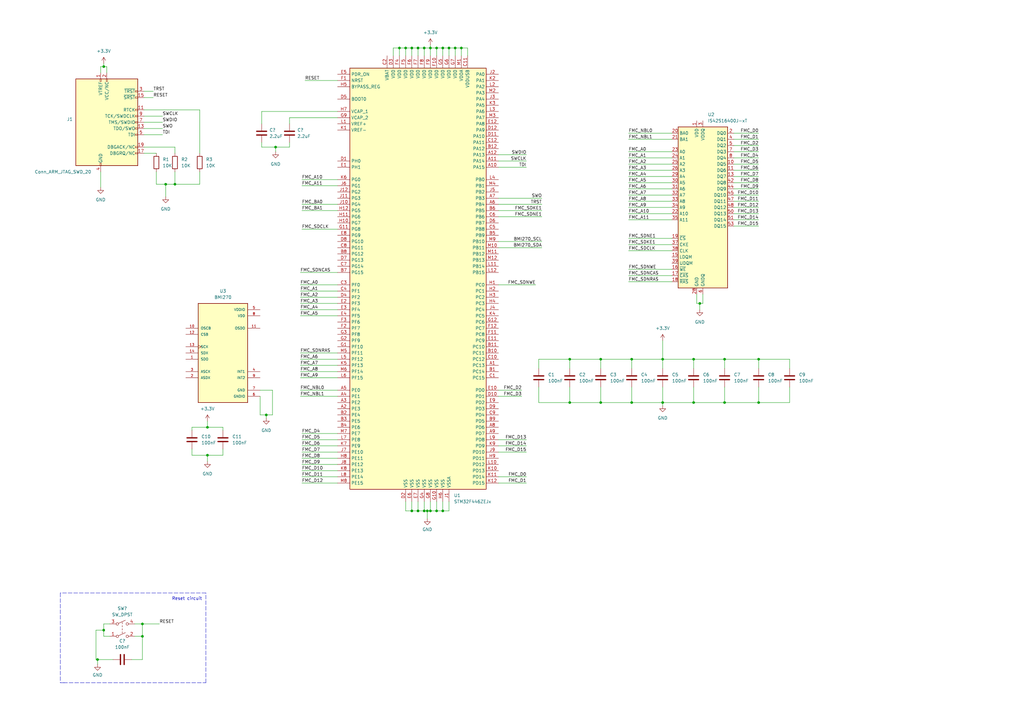
<source format=kicad_sch>
(kicad_sch (version 20211123) (generator eeschema)
  (paper "A3")
  (lib_symbols
    (symbol "BMI270:BMI270" (pin_names (offset 1.016))
      (property "Reference" "U" (at -10.16 21.082 0))
      (property "Value" "BMI270" (at -10.16 -22.86 0))
      (symbol "BMI270_0_0"
        (rectangle (start -10.16 -20.32) (end 10.16 20.32) (stroke (width 0.254)) (fill (type background)))
        (pin bidirectional line (at -15.24 -2.54 0) (length 5.08) (name "SDO") (number "1"))
        (pin input line (at -15.24 10.16 0) (length 5.08) (name "OSCB") (number "10"))
        (pin output line (at 15.24 10.16 180) (length 5.08) (name "OSDO") (number "11"))
        (pin input line (at -15.24 7.62 0) (length 5.08) (name "CSB") (number "12"))
        (pin input clock (at -15.24 2.54 0) (length 5.08) (name "SCX") (number "13"))
        (pin bidirectional line (at -15.24 0 0) (length 5.08) (name "SDX") (number "14"))
        (pin bidirectional line (at -15.24 -10.16 0) (length 5.08) (name "ASDX") (number "2"))
        (pin bidirectional line (at -15.24 -7.62 0) (length 5.08) (name "ASCX") (number "3"))
        (pin bidirectional line (at 15.24 -7.62 180) (length 5.08) (name "INT1") (number "4"))
        (pin power_in line (at 15.24 17.78 180) (length 5.08) (name "VDDIO") (number "5"))
        (pin power_in line (at 15.24 -17.78 180) (length 5.08) (name "GNDIO") (number "6"))
        (pin power_in line (at 15.24 -15.24 180) (length 5.08) (name "GND") (number "7"))
        (pin power_in line (at 15.24 15.24 180) (length 5.08) (name "VDD") (number "8"))
        (pin bidirectional line (at 15.24 -10.16 180) (length 5.08) (name "INT2") (number "9"))
      )
    )
    (symbol "Connector:Conn_ARM_JTAG_SWD_20" (pin_names (offset 1.016))
      (property "Reference" "J" (at -5.08 21.59 0))
      (property "Value" "Conn_ARM_JTAG_SWD_20" (at -5.08 19.05 0))
      (symbol "Conn_ARM_JTAG_SWD_20_0_1"
        (rectangle (start -12.7 17.78) (end 12.7 -17.78) (stroke (width 0.254)) (fill (type background)))
        (rectangle (start -2.794 -17.78) (end -2.286 -16.764))
        (rectangle (start -2.794 17.78) (end -2.286 16.764))
        (rectangle (start -0.254 17.78) (end 0.254 16.764))
        (rectangle (start 11.684 2.286) (end 12.7 2.794))
        (rectangle (start 12.7 -12.446) (end 11.684 -12.954))
        (rectangle (start 12.7 -9.906) (end 11.684 -10.414))
        (rectangle (start 12.7 -2.794) (end 11.684 -2.286))
        (rectangle (start 12.7 -0.254) (end 11.684 0.254))
        (rectangle (start 12.7 4.826) (end 11.684 5.334))
        (rectangle (start 12.7 10.414) (end 11.684 9.906))
        (rectangle (start 12.7 12.954) (end 11.684 12.446))
      )
      (symbol "Conn_ARM_JTAG_SWD_20_1_1"
        (rectangle (start 11.684 -5.334) (end 12.7 -4.826))
        (pin power_in line (at -2.54 20.32 270) (length 2.54) (name "VTREF") (number "1"))
        (pin passive line (at -2.54 -20.32 90) (length 2.54) hide (name "GND") (number "10"))
        (pin input line (at 15.24 5.08 180) (length 2.54) (name "RTCK") (number "11"))
        (pin passive line (at -2.54 -20.32 90) (length 2.54) hide (name "GND") (number "12"))
        (pin input line (at 15.24 -2.54 180) (length 2.54) (name "TDO/SWO") (number "13"))
        (pin passive line (at -2.54 -20.32 90) (length 2.54) hide (name "GND") (number "14"))
        (pin bidirectional line (at 15.24 10.16 180) (length 2.54) (name "~{SRST}") (number "15"))
        (pin passive line (at -2.54 -20.32 90) (length 2.54) hide (name "GND") (number "16"))
        (pin output line (at 15.24 -12.7 180) (length 2.54) (name "DBGRQ/NC") (number "17"))
        (pin passive line (at -2.54 -20.32 90) (length 2.54) hide (name "GND") (number "18"))
        (pin input line (at 15.24 -10.16 180) (length 2.54) (name "DBGACK/NC") (number "19"))
        (pin power_in line (at 0 20.32 270) (length 2.54) (name "VCC/NC") (number "2"))
        (pin passive line (at -2.54 -20.32 90) (length 2.54) hide (name "GND") (number "20"))
        (pin output line (at 15.24 12.7 180) (length 2.54) (name "~{TRST}") (number "3"))
        (pin power_in line (at -2.54 -20.32 90) (length 2.54) (name "GND") (number "4"))
        (pin output line (at 15.24 -5.08 180) (length 2.54) (name "TDI") (number "5"))
        (pin passive line (at -2.54 -20.32 90) (length 2.54) hide (name "GND") (number "6"))
        (pin output line (at 15.24 0 180) (length 2.54) (name "TMS/SWDIO") (number "7"))
        (pin passive line (at -2.54 -20.32 90) (length 2.54) hide (name "GND") (number "8"))
        (pin output line (at 15.24 2.54 180) (length 2.54) (name "TCK/SWDCLK") (number "9"))
      )
    )
    (symbol "Device:C" (pin_numbers hide) (pin_names (offset 0.254))
      (property "Reference" "C" (at 0.635 2.54 0))
      (property "Value" "C" (at 0.635 -2.54 0))
      (symbol "C_0_1"
        (polyline (pts (xy -2.032 -0.762) (xy 2.032 -0.762)) (stroke (width 0.508)))
        (polyline (pts (xy -2.032 0.762) (xy 2.032 0.762)) (stroke (width 0.508)))
      )
      (symbol "C_1_1"
        (pin passive line (at 0 3.81 270) (length 2.794) (name "~") (number "1"))
        (pin passive line (at 0 -3.81 90) (length 2.794) (name "~") (number "2"))
      )
    )
    (symbol "Device:R" (pin_numbers hide) (pin_names (offset 0))
      (property "Reference" "R" (at 2.032 0 90))
      (property "Value" "R" (at 0 0 90))
      (symbol "R_0_1"
        (rectangle (start -1.016 -2.54) (end 1.016 2.54) (stroke (width 0.254)))
      )
      (symbol "R_1_1"
        (pin passive line (at 0 3.81 270) (length 1.27) (name "~") (number "1"))
        (pin passive line (at 0 -3.81 90) (length 1.27) (name "~") (number "2"))
      )
    )
    (symbol "MCU_ST_STM32F4:STM32F446ZEJx"
      (property "Reference" "U" (at -27.94 87.63 0))
      (property "Value" "STM32F446ZEJx" (at 22.86 87.63 0))
      (symbol "STM32F446ZEJx_0_1"
        (rectangle (start -27.94 -86.36) (end 27.94 86.36) (stroke (width 0.254)) (fill (type background)))
      )
      (symbol "STM32F446ZEJx_1_1"
        (pin bidirectional line (at 33.02 -35.56 180) (length 5.08) (name "PC13") (number "A1"))
        (pin bidirectional line (at 33.02 45.72 180) (length 5.08) (name "PA15") (number "A10"))
        (pin bidirectional line (at 33.02 48.26 180) (length 5.08) (name "PA14") (number "A11"))
        (pin bidirectional line (at 33.02 50.8 180) (length 5.08) (name "PA13") (number "A12"))
        (pin bidirectional line (at -33.02 -53.34 0) (length 5.08) (name "PE3") (number "A2"))
        (pin bidirectional line (at -33.02 -50.8 0) (length 5.08) (name "PE2") (number "A3"))
        (pin bidirectional line (at -33.02 -48.26 0) (length 5.08) (name "PE1") (number "A4"))
        (pin bidirectional line (at -33.02 -45.72 0) (length 5.08) (name "PE0") (number "A5"))
        (pin bidirectional line (at 33.02 30.48 180) (length 5.08) (name "PB4") (number "A6"))
        (pin bidirectional line (at 33.02 33.02 180) (length 5.08) (name "PB3") (number "A7"))
        (pin bidirectional line (at 33.02 -60.96 180) (length 5.08) (name "PD6") (number "A8"))
        (pin bidirectional line (at 33.02 -63.5 180) (length 5.08) (name "PD7") (number "A9"))
        (pin bidirectional line (at 33.02 -38.1 180) (length 5.08) (name "PC14") (number "B1"))
        (pin bidirectional line (at 33.02 -30.48 180) (length 5.08) (name "PC11") (number "B10"))
        (pin bidirectional line (at 33.02 -27.94 180) (length 5.08) (name "PC10") (number "B11"))
        (pin bidirectional line (at 33.02 53.34 180) (length 5.08) (name "PA12") (number "B12"))
        (pin bidirectional line (at -33.02 -55.88 0) (length 5.08) (name "PE4") (number "B2"))
        (pin bidirectional line (at -33.02 -58.42 0) (length 5.08) (name "PE5") (number "B3"))
        (pin bidirectional line (at -33.02 -60.96 0) (length 5.08) (name "PE6") (number "B4"))
        (pin bidirectional line (at 33.02 17.78 180) (length 5.08) (name "PB9") (number "B5"))
        (pin bidirectional line (at 33.02 27.94 180) (length 5.08) (name "PB5") (number "B6"))
        (pin bidirectional line (at -33.02 2.54 0) (length 5.08) (name "PG15") (number "B7"))
        (pin bidirectional line (at -33.02 10.16 0) (length 5.08) (name "PG12") (number "B8"))
        (pin bidirectional line (at 33.02 -58.42 180) (length 5.08) (name "PD5") (number "B9"))
        (pin bidirectional line (at 33.02 -40.64 180) (length 5.08) (name "PC15") (number "C1"))
        (pin bidirectional line (at 33.02 -33.02 180) (length 5.08) (name "PC12") (number "C10"))
        (pin power_in line (at 20.32 91.44 270) (length 5.08) (name "VDDUSB") (number "C11"))
        (pin bidirectional line (at 33.02 55.88 180) (length 5.08) (name "PA11") (number "C12"))
        (pin power_in line (at -12.7 91.44 270) (length 5.08) (name "VBAT") (number "C2"))
        (pin bidirectional line (at -33.02 -2.54 0) (length 5.08) (name "PF0") (number "C3"))
        (pin bidirectional line (at -33.02 -5.08 0) (length 5.08) (name "PF1") (number "C4"))
        (pin bidirectional line (at 33.02 20.32 180) (length 5.08) (name "PB8") (number "C5"))
        (pin bidirectional line (at 33.02 25.4 180) (length 5.08) (name "PB6") (number "C6"))
        (pin bidirectional line (at -33.02 5.08 0) (length 5.08) (name "PG14") (number "C7"))
        (pin bidirectional line (at -33.02 12.7 0) (length 5.08) (name "PG11") (number "C8"))
        (pin bidirectional line (at 33.02 -55.88 180) (length 5.08) (name "PD4") (number "C9"))
        (pin input line (at -33.02 48.26 0) (length 5.08) (name "PH0") (number "D1"))
        (pin bidirectional line (at 33.02 -48.26 180) (length 5.08) (name "PD1") (number "D10"))
        (pin bidirectional line (at 33.02 58.42 180) (length 5.08) (name "PA10") (number "D11"))
        (pin bidirectional line (at 33.02 60.96 180) (length 5.08) (name "PA9") (number "D12"))
        (pin power_in line (at -5.08 -91.44 90) (length 5.08) (name "VSS") (number "D2"))
        (pin power_in line (at -10.16 91.44 270) (length 5.08) (name "VDD") (number "D3"))
        (pin bidirectional line (at -33.02 -7.62 0) (length 5.08) (name "PF2") (number "D4"))
        (pin input line (at -33.02 73.66 0) (length 5.08) (name "BOOT0") (number "D5"))
        (pin bidirectional line (at 33.02 22.86 180) (length 5.08) (name "PB7") (number "D6"))
        (pin bidirectional line (at -33.02 7.62 0) (length 5.08) (name "PG13") (number "D7"))
        (pin bidirectional line (at -33.02 15.24 0) (length 5.08) (name "PG10") (number "D8"))
        (pin bidirectional line (at 33.02 -53.34 180) (length 5.08) (name "PD3") (number "D9"))
        (pin input line (at -33.02 45.72 0) (length 5.08) (name "PH1") (number "E1"))
        (pin bidirectional line (at 33.02 -45.72 180) (length 5.08) (name "PD0") (number "E10"))
        (pin bidirectional line (at 33.02 -25.4 180) (length 5.08) (name "PC9") (number "E11"))
        (pin bidirectional line (at 33.02 63.5 180) (length 5.08) (name "PA8") (number "E12"))
        (pin bidirectional line (at -33.02 -10.16 0) (length 5.08) (name "PF3") (number "E2"))
        (pin bidirectional line (at -33.02 -12.7 0) (length 5.08) (name "PF4") (number "E3"))
        (pin bidirectional line (at -33.02 -15.24 0) (length 5.08) (name "PF5") (number "E4"))
        (pin input line (at -33.02 83.82 0) (length 5.08) (name "PDR_ON") (number "E5"))
        (pin power_in line (at -2.54 -91.44 90) (length 5.08) (name "VSS") (number "E6"))
        (pin power_in line (at 0 -91.44 90) (length 5.08) (name "VSS") (number "E7"))
        (pin bidirectional line (at -33.02 17.78 0) (length 5.08) (name "PG9") (number "E8"))
        (pin bidirectional line (at 33.02 -50.8 180) (length 5.08) (name "PD2") (number "E9"))
        (pin input line (at -33.02 81.28 0) (length 5.08) (name "NRST") (number "F1"))
        (pin power_in line (at 7.62 91.44 270) (length 5.08) (name "VDD") (number "F10"))
        (pin bidirectional line (at 33.02 -22.86 180) (length 5.08) (name "PC8") (number "F11"))
        (pin bidirectional line (at 33.02 -20.32 180) (length 5.08) (name "PC7") (number "F12"))
        (pin bidirectional line (at -33.02 -20.32 0) (length 5.08) (name "PF7") (number "F2"))
        (pin bidirectional line (at -33.02 -17.78 0) (length 5.08) (name "PF6") (number "F3"))
        (pin power_in line (at -7.62 91.44 270) (length 5.08) (name "VDD") (number "F4"))
        (pin power_in line (at -5.08 91.44 270) (length 5.08) (name "VDD") (number "F5"))
        (pin power_in line (at -2.54 91.44 270) (length 5.08) (name "VDD") (number "F6"))
        (pin power_in line (at 0 91.44 270) (length 5.08) (name "VDD") (number "F7"))
        (pin power_in line (at 2.54 91.44 270) (length 5.08) (name "VDD") (number "F8"))
        (pin power_in line (at 5.08 91.44 270) (length 5.08) (name "VDD") (number "F9"))
        (pin bidirectional line (at -33.02 -27.94 0) (length 5.08) (name "PF10") (number "G1"))
        (pin power_in line (at 7.62 -91.44 90) (length 5.08) (name "VSS") (number "G10"))
        (pin bidirectional line (at -33.02 20.32 0) (length 5.08) (name "PG8") (number "G11"))
        (pin bidirectional line (at 33.02 -17.78 180) (length 5.08) (name "PC6") (number "G12"))
        (pin bidirectional line (at -33.02 -25.4 0) (length 5.08) (name "PF9") (number "G2"))
        (pin bidirectional line (at -33.02 -22.86 0) (length 5.08) (name "PF8") (number "G3"))
        (pin power_in line (at 2.54 -91.44 90) (length 5.08) (name "VSS") (number "G4"))
        (pin power_in line (at 10.16 91.44 270) (length 5.08) (name "VDD") (number "G5"))
        (pin power_in line (at 12.7 91.44 270) (length 5.08) (name "VDD") (number "G6"))
        (pin power_in line (at 15.24 91.44 270) (length 5.08) (name "VDD") (number "G7"))
        (pin power_in line (at 5.08 -91.44 90) (length 5.08) (name "VSS") (number "G8"))
        (pin power_in line (at -33.02 66.04 0) (length 5.08) (name "VCAP_2") (number "G9"))
        (pin bidirectional line (at 33.02 -2.54 180) (length 5.08) (name "PC0") (number "H1"))
        (pin bidirectional line (at -33.02 22.86 0) (length 5.08) (name "PG7") (number "H10"))
        (pin bidirectional line (at -33.02 25.4 0) (length 5.08) (name "PG6") (number "H11"))
        (pin bidirectional line (at -33.02 27.94 0) (length 5.08) (name "PG5") (number "H12"))
        (pin bidirectional line (at 33.02 -5.08 180) (length 5.08) (name "PC1") (number "H2"))
        (pin bidirectional line (at 33.02 -7.62 180) (length 5.08) (name "PC2") (number "H3"))
        (pin bidirectional line (at 33.02 -10.16 180) (length 5.08) (name "PC3") (number "H4"))
        (pin input line (at -33.02 78.74 0) (length 5.08) (name "BYPASS_REG") (number "H5"))
        (pin power_in line (at 10.16 -91.44 90) (length 5.08) (name "VSS") (number "H6"))
        (pin power_in line (at -33.02 68.58 0) (length 5.08) (name "VCAP_1") (number "H7"))
        (pin bidirectional line (at -33.02 -73.66 0) (length 5.08) (name "PE11") (number "H8"))
        (pin bidirectional line (at 33.02 -73.66 180) (length 5.08) (name "PD11") (number "H9"))
        (pin power_in line (at 12.7 -91.44 90) (length 5.08) (name "VSSA") (number "J1"))
        (pin bidirectional line (at -33.02 30.48 0) (length 5.08) (name "PG4") (number "J10"))
        (pin bidirectional line (at -33.02 33.02 0) (length 5.08) (name "PG3") (number "J11"))
        (pin bidirectional line (at -33.02 35.56 0) (length 5.08) (name "PG2") (number "J12"))
        (pin bidirectional line (at 33.02 83.82 180) (length 5.08) (name "PA0") (number "J2"))
        (pin bidirectional line (at 33.02 73.66 180) (length 5.08) (name "PA4") (number "J3"))
        (pin bidirectional line (at 33.02 -12.7 180) (length 5.08) (name "PC4") (number "J4"))
        (pin bidirectional line (at 33.02 35.56 180) (length 5.08) (name "PB2") (number "J5"))
        (pin bidirectional line (at -33.02 38.1 0) (length 5.08) (name "PG1") (number "J6"))
        (pin bidirectional line (at -33.02 -71.12 0) (length 5.08) (name "PE10") (number "J7"))
        (pin bidirectional line (at -33.02 -76.2 0) (length 5.08) (name "PE12") (number "J8"))
        (pin bidirectional line (at 33.02 -71.12 180) (length 5.08) (name "PD10") (number "J9"))
        (pin power_in line (at -33.02 60.96 0) (length 5.08) (name "VREF-") (number "K1"))
        (pin bidirectional line (at 33.02 -78.74 180) (length 5.08) (name "PD13") (number "K10"))
        (pin bidirectional line (at 33.02 -81.28 180) (length 5.08) (name "PD14") (number "K11"))
        (pin bidirectional line (at 33.02 -83.82 180) (length 5.08) (name "PD15") (number "K12"))
        (pin bidirectional line (at 33.02 81.28 180) (length 5.08) (name "PA1") (number "K2"))
        (pin bidirectional line (at 33.02 71.12 180) (length 5.08) (name "PA5") (number "K3"))
        (pin bidirectional line (at 33.02 -15.24 180) (length 5.08) (name "PC5") (number "K4"))
        (pin bidirectional line (at -33.02 -35.56 0) (length 5.08) (name "PF13") (number "K5"))
        (pin bidirectional line (at -33.02 40.64 0) (length 5.08) (name "PG0") (number "K6"))
        (pin bidirectional line (at -33.02 -68.58 0) (length 5.08) (name "PE9") (number "K7"))
        (pin bidirectional line (at -33.02 -78.74 0) (length 5.08) (name "PE13") (number "K8"))
        (pin bidirectional line (at 33.02 -68.58 180) (length 5.08) (name "PD9") (number "K9"))
        (pin power_in line (at -33.02 63.5 0) (length 5.08) (name "VREF+") (number "L1"))
        (pin bidirectional line (at 33.02 -76.2 180) (length 5.08) (name "PD12") (number "L10"))
        (pin bidirectional line (at 33.02 5.08 180) (length 5.08) (name "PB14") (number "L11"))
        (pin bidirectional line (at 33.02 2.54 180) (length 5.08) (name "PB15") (number "L12"))
        (pin bidirectional line (at 33.02 78.74 180) (length 5.08) (name "PA2") (number "L2"))
        (pin bidirectional line (at 33.02 68.58 180) (length 5.08) (name "PA6") (number "L3"))
        (pin bidirectional line (at 33.02 40.64 180) (length 5.08) (name "PB0") (number "L4"))
        (pin bidirectional line (at -33.02 -33.02 0) (length 5.08) (name "PF12") (number "L5"))
        (pin bidirectional line (at -33.02 -40.64 0) (length 5.08) (name "PF15") (number "L6"))
        (pin bidirectional line (at -33.02 -66.04 0) (length 5.08) (name "PE8") (number "L7"))
        (pin bidirectional line (at -33.02 -81.28 0) (length 5.08) (name "PE14") (number "L8"))
        (pin bidirectional line (at 33.02 -66.04 180) (length 5.08) (name "PD8") (number "L9"))
        (pin power_in line (at 17.78 91.44 270) (length 5.08) (name "VDDA") (number "M1"))
        (pin bidirectional line (at 33.02 12.7 180) (length 5.08) (name "PB11") (number "M10"))
        (pin bidirectional line (at 33.02 10.16 180) (length 5.08) (name "PB12") (number "M11"))
        (pin bidirectional line (at 33.02 7.62 180) (length 5.08) (name "PB13") (number "M12"))
        (pin bidirectional line (at 33.02 76.2 180) (length 5.08) (name "PA3") (number "M2"))
        (pin bidirectional line (at 33.02 66.04 180) (length 5.08) (name "PA7") (number "M3"))
        (pin bidirectional line (at 33.02 38.1 180) (length 5.08) (name "PB1") (number "M4"))
        (pin bidirectional line (at -33.02 -30.48 0) (length 5.08) (name "PF11") (number "M5"))
        (pin bidirectional line (at -33.02 -38.1 0) (length 5.08) (name "PF14") (number "M6"))
        (pin bidirectional line (at -33.02 -63.5 0) (length 5.08) (name "PE7") (number "M7"))
        (pin bidirectional line (at -33.02 -83.82 0) (length 5.08) (name "PE15") (number "M8"))
        (pin bidirectional line (at 33.02 15.24 180) (length 5.08) (name "PB10") (number "M9"))
      )
    )
    (symbol "Memory_RAM:IS42S16400J-xT"
      (property "Reference" "U" (at -8.89 34.29 0))
      (property "Value" "IS42S16400J-xT" (at 8.89 34.29 0))
      (symbol "IS42S16400J-xT_1_1"
        (rectangle (start -10.16 33.02) (end 10.16 -33.02) (stroke (width 0.254)) (fill (type background)))
        (pin power_in line (at -2.54 35.56 270) (length 2.54) (name "VDD") (number "1"))
        (pin bidirectional line (at 12.7 17.78 180) (length 2.54) (name "DQ5") (number "10"))
        (pin bidirectional line (at 12.7 15.24 180) (length 2.54) (name "DQ6") (number "11"))
        (pin passive line (at 0 -35.56 90) (length 2.54) hide (name "GNDQ") (number "12"))
        (pin bidirectional line (at 12.7 12.7 180) (length 2.54) (name "DQ7") (number "13"))
        (pin passive line (at -2.54 35.56 270) (length 2.54) hide (name "VDD") (number "14"))
        (pin input line (at -12.7 -20.32 0) (length 2.54) (name "LDQM") (number "15"))
        (pin input line (at -12.7 -25.4 0) (length 2.54) (name "~{WE}") (number "16"))
        (pin input line (at -12.7 -27.94 0) (length 2.54) (name "~{CAS}") (number "17"))
        (pin input line (at -12.7 -30.48 0) (length 2.54) (name "~{RAS}") (number "18"))
        (pin input line (at -12.7 -12.7 0) (length 2.54) (name "~{CS}") (number "19"))
        (pin bidirectional line (at 12.7 30.48 180) (length 2.54) (name "DQ0") (number "2"))
        (pin input line (at -12.7 30.48 0) (length 2.54) (name "BA0") (number "20"))
        (pin input line (at -12.7 27.94 0) (length 2.54) (name "BA1") (number "21"))
        (pin input line (at -12.7 -2.54 0) (length 2.54) (name "A10") (number "22"))
        (pin input line (at -12.7 22.86 0) (length 2.54) (name "A0") (number "23"))
        (pin input line (at -12.7 20.32 0) (length 2.54) (name "A1") (number "24"))
        (pin input line (at -12.7 17.78 0) (length 2.54) (name "A2") (number "25"))
        (pin input line (at -12.7 15.24 0) (length 2.54) (name "A3") (number "26"))
        (pin passive line (at -2.54 35.56 270) (length 2.54) hide (name "VDD") (number "27"))
        (pin power_in line (at -2.54 -35.56 90) (length 2.54) (name "GND") (number "28"))
        (pin input line (at -12.7 12.7 0) (length 2.54) (name "A4") (number "29"))
        (pin power_in line (at 0 35.56 270) (length 2.54) (name "VDDQ") (number "3"))
        (pin input line (at -12.7 10.16 0) (length 2.54) (name "A5") (number "30"))
        (pin input line (at -12.7 7.62 0) (length 2.54) (name "A6") (number "31"))
        (pin input line (at -12.7 5.08 0) (length 2.54) (name "A7") (number "32"))
        (pin input line (at -12.7 2.54 0) (length 2.54) (name "A8") (number "33"))
        (pin input line (at -12.7 0 0) (length 2.54) (name "A9") (number "34"))
        (pin input line (at -12.7 -5.08 0) (length 2.54) (name "A11") (number "35"))
        (pin no_connect line (at 10.16 -17.78 180) (length 2.54) hide (name "NC") (number "36"))
        (pin input line (at -12.7 -15.24 0) (length 2.54) (name "CKE") (number "37"))
        (pin input line (at -12.7 -17.78 0) (length 2.54) (name "CLK") (number "38"))
        (pin input line (at -12.7 -22.86 0) (length 2.54) (name "UDQM") (number "39"))
        (pin bidirectional line (at 12.7 27.94 180) (length 2.54) (name "DQ1") (number "4"))
        (pin no_connect line (at 10.16 -20.32 180) (length 2.54) hide (name "NC") (number "40"))
        (pin passive line (at -2.54 -35.56 90) (length 2.54) hide (name "GND") (number "41"))
        (pin bidirectional line (at 12.7 10.16 180) (length 2.54) (name "DQ8") (number "42"))
        (pin passive line (at 0 35.56 270) (length 2.54) hide (name "VDDQ") (number "43"))
        (pin bidirectional line (at 12.7 7.62 180) (length 2.54) (name "DQ9") (number "44"))
        (pin bidirectional line (at 12.7 5.08 180) (length 2.54) (name "DQ10") (number "45"))
        (pin passive line (at 0 -35.56 90) (length 2.54) hide (name "GNDQ") (number "46"))
        (pin bidirectional line (at 12.7 2.54 180) (length 2.54) (name "DQ11") (number "47"))
        (pin bidirectional line (at 12.7 0 180) (length 2.54) (name "DQ12") (number "48"))
        (pin passive line (at 0 35.56 270) (length 2.54) hide (name "VDDQ") (number "49"))
        (pin bidirectional line (at 12.7 25.4 180) (length 2.54) (name "DQ2") (number "5"))
        (pin bidirectional line (at 12.7 -2.54 180) (length 2.54) (name "DQ13") (number "50"))
        (pin bidirectional line (at 12.7 -5.08 180) (length 2.54) (name "DQ14") (number "51"))
        (pin passive line (at 0 -35.56 90) (length 2.54) hide (name "GNDQ") (number "52"))
        (pin bidirectional line (at 12.7 -7.62 180) (length 2.54) (name "DQ15") (number "53"))
        (pin passive line (at -2.54 -35.56 90) (length 2.54) hide (name "GND") (number "54"))
        (pin power_in line (at 0 -35.56 90) (length 2.54) (name "GNDQ") (number "6"))
        (pin bidirectional line (at 12.7 22.86 180) (length 2.54) (name "DQ3") (number "7"))
        (pin bidirectional line (at 12.7 20.32 180) (length 2.54) (name "DQ4") (number "8"))
        (pin passive line (at 0 35.56 270) (length 2.54) hide (name "VDDQ") (number "9"))
      )
    )
    (symbol "Switch:SW_DPST" (pin_names (offset 0) hide)
      (property "Reference" "SW" (at 0 5.08 0))
      (property "Value" "SW_DPST" (at 0 -5.08 0))
      (symbol "SW_DPST_0_0"
        (circle (center -2.032 -2.54) (radius 0.508))
        (circle (center -2.032 2.54) (radius 0.508))
        (polyline (pts (xy -1.524 -2.286) (xy 1.27 -1.016)))
        (polyline (pts (xy -1.524 2.794) (xy 1.27 4.064)))
        (polyline (pts (xy 0 -1.27) (xy 0 -0.635)))
        (polyline (pts (xy 0 0) (xy 0 0.635)))
        (polyline (pts (xy 0 1.27) (xy 0 1.905)))
        (polyline (pts (xy 0 2.54) (xy 0 3.175)))
        (circle (center 2.032 -2.54) (radius 0.508))
        (circle (center 2.032 2.54) (radius 0.508))
      )
      (symbol "SW_DPST_1_1"
        (pin passive line (at -5.08 -2.54 0) (length 2.54) (name "1") (number "1"))
        (pin passive line (at 5.08 -2.54 180) (length 2.54) (name "2") (number "2"))
        (pin passive line (at -5.08 2.54 0) (length 2.54) (name "3") (number "3"))
        (pin passive line (at 5.08 2.54 180) (length 2.54) (name "4") (number "4"))
      )
    )
    (symbol "power:+3.3V" (power) (pin_names (offset 0))
      (property "Value" "+3.3V" (at 0 3.556 0))
      (symbol "+3.3V_0_1"
        (polyline (pts (xy -0.762 1.27) (xy 0 2.54)))
        (polyline (pts (xy 0 0) (xy 0 2.54)))
        (polyline (pts (xy 0 2.54) (xy 0.762 1.27)))
      )
      (symbol "+3.3V_1_1"
        (pin power_in line (at 0 0 90) (length 0) hide (name "+3.3V") (number "1"))
      )
    )
    (symbol "power:GND" (power) (pin_names (offset 0))
      (property "Value" "GND" (at 0 -3.81 0))
      (symbol "GND_0_1"
        (polyline (pts (xy 0 0) (xy 0 -1.27) (xy 1.27 -1.27) (xy 0 -2.54) (xy -1.27 -1.27) (xy 0 -1.27)))
      )
      (symbol "GND_1_1"
        (pin power_in line (at 0 0 270) (length 0) hide (name "GND") (number "1"))
      )
    )
  )
  (junction (at 109.22 170.18))
  (junction (at 259.08 147.32))
  (junction (at 58.42 260.985))
  (junction (at 271.78 165.1))
  (junction (at 67.945 75.565))
  (junction (at 233.68 147.32))
  (junction (at 166.37 19.685))
  (junction (at 184.15 19.685))
  (junction (at 173.99 209.55))
  (junction (at 113.03 60.325))
  (junction (at 179.07 19.685))
  (junction (at 271.78 147.32))
  (junction (at 186.69 19.685))
  (junction (at 181.61 19.685))
  (junction (at 181.61 209.55))
  (junction (at 189.23 19.685))
  (junction (at 233.68 165.1))
  (junction (at 40.005 270.51))
  (junction (at 246.38 165.1))
  (junction (at 297.18 147.32))
  (junction (at 259.08 165.1))
  (junction (at 311.15 165.1))
  (junction (at 297.18 165.1))
  (junction (at 42.545 258.445))
  (junction (at 171.45 209.55))
  (junction (at 168.91 209.55))
  (junction (at 168.91 19.685))
  (junction (at 284.48 147.32))
  (junction (at 173.99 19.685))
  (junction (at 163.83 19.685))
  (junction (at 85.09 175.26))
  (junction (at 176.53 209.55))
  (junction (at 42.545 27.305))
  (junction (at 287.02 124.46))
  (junction (at 179.07 209.55))
  (junction (at 175.26 209.55))
  (junction (at 85.09 186.69))
  (junction (at 71.755 75.565))
  (junction (at 58.42 255.905))
  (junction (at 311.15 147.32))
  (junction (at 246.38 147.32))
  (junction (at 171.45 19.685))
  (junction (at 284.48 165.1))
  (junction (at 176.53 19.685))
  (wire (pts (xy 204.47 81.28) (xy 222.25 81.28)))
  (wire (pts (xy 257.81 72.39) (xy 275.59 72.39)))
  (wire (pts (xy 106.68 170.18) (xy 109.22 170.18)))
  (wire (pts (xy 166.37 22.86) (xy 166.37 19.685)))
  (wire (pts (xy 39.37 258.445) (xy 39.37 270.51)))
  (wire (pts (xy 300.99 62.23) (xy 311.15 62.23)))
  (wire (pts (xy 257.81 87.63) (xy 275.59 87.63)))
  (wire (pts (xy 257.81 85.09) (xy 275.59 85.09)))
  (wire (pts (xy 109.22 170.18) (xy 109.22 171.45)))
  (wire (pts (xy 45.085 255.905) (xy 42.545 255.905)))
  (wire (pts (xy 246.38 147.32) (xy 233.68 147.32)))
  (wire (pts (xy 173.99 205.74) (xy 173.99 209.55)))
  (wire (pts (xy 179.07 209.55) (xy 181.61 209.55)))
  (wire (pts (xy 323.85 147.32) (xy 311.15 147.32)))
  (wire (pts (xy 55.245 255.905) (xy 58.42 255.905)))
  (wire (pts (xy 257.81 62.23) (xy 275.59 62.23)))
  (wire (pts (xy 123.19 162.56) (xy 138.43 162.56)))
  (wire (pts (xy 107.315 45.72) (xy 107.315 50.8)))
  (wire (pts (xy 173.99 19.685) (xy 176.53 19.685)))
  (wire (pts (xy 323.85 158.75) (xy 323.85 165.1)))
  (wire (pts (xy 181.61 22.86) (xy 181.61 19.685)))
  (wire (pts (xy 300.99 69.85) (xy 311.15 69.85)))
  (wire (pts (xy 259.08 147.32) (xy 246.38 147.32)))
  (wire (pts (xy 311.15 158.75) (xy 311.15 165.1)))
  (wire (pts (xy 311.15 147.32) (xy 297.18 147.32)))
  (wire (pts (xy 297.18 158.75) (xy 297.18 165.1)))
  (wire (pts (xy 300.99 90.17) (xy 311.15 90.17)))
  (wire (pts (xy 259.08 165.1) (xy 271.78 165.1)))
  (wire (pts (xy 259.08 151.13) (xy 259.08 147.32)))
  (wire (pts (xy 204.47 68.58) (xy 215.9 68.58)))
  (wire (pts (xy 204.47 195.58) (xy 215.9 195.58)))
  (wire (pts (xy 173.99 209.55) (xy 175.26 209.55)))
  (wire (pts (xy 300.99 85.09) (xy 311.15 85.09)))
  (wire (pts (xy 287.02 124.46) (xy 287.02 127)))
  (wire (pts (xy 106.68 162.56) (xy 106.68 170.18)))
  (wire (pts (xy 123.825 195.58) (xy 138.43 195.58)))
  (wire (pts (xy 125.095 33.02) (xy 138.43 33.02)))
  (wire (pts (xy 204.47 63.5) (xy 215.9 63.5)))
  (wire (pts (xy 64.135 70.485) (xy 64.135 75.565)))
  (wire (pts (xy 204.47 160.02) (xy 213.995 160.02)))
  (wire (pts (xy 85.09 172.72) (xy 85.09 175.26)))
  (wire (pts (xy 179.07 22.86) (xy 179.07 19.685)))
  (wire (pts (xy 297.18 151.13) (xy 297.18 147.32)))
  (polyline (pts (xy 84.455 243.205) (xy 24.765 243.205)))
  (wire (pts (xy 176.53 18.415) (xy 176.53 19.685)))
  (wire (pts (xy 257.81 115.57) (xy 275.59 115.57)))
  (wire (pts (xy 118.745 48.26) (xy 118.745 50.8)))
  (polyline (pts (xy 24.765 280.035) (xy 26.67 280.035)))
  (wire (pts (xy 42.545 26.035) (xy 42.545 27.305)))
  (wire (pts (xy 186.69 22.86) (xy 186.69 19.685)))
  (wire (pts (xy 123.825 76.2) (xy 138.43 76.2)))
  (wire (pts (xy 175.26 209.55) (xy 175.26 212.725)))
  (wire (pts (xy 184.15 209.55) (xy 184.15 205.74)))
  (wire (pts (xy 166.37 209.55) (xy 168.91 209.55)))
  (wire (pts (xy 123.19 124.46) (xy 138.43 124.46)))
  (wire (pts (xy 189.23 22.86) (xy 189.23 19.685)))
  (wire (pts (xy 118.745 60.325) (xy 118.745 58.42)))
  (wire (pts (xy 233.68 165.1) (xy 246.38 165.1)))
  (wire (pts (xy 257.81 57.15) (xy 275.59 57.15)))
  (wire (pts (xy 81.915 75.565) (xy 71.755 75.565)))
  (wire (pts (xy 123.19 116.84) (xy 138.43 116.84)))
  (wire (pts (xy 78.74 175.26) (xy 85.09 175.26)))
  (wire (pts (xy 59.055 50.165) (xy 66.675 50.165)))
  (wire (pts (xy 43.815 29.845) (xy 43.815 27.305)))
  (wire (pts (xy 287.02 124.46) (xy 288.29 124.46)))
  (wire (pts (xy 284.48 165.1) (xy 297.18 165.1)))
  (polyline (pts (xy 24.765 243.205) (xy 24.765 280.035)))
  (wire (pts (xy 59.055 45.085) (xy 81.915 45.085)))
  (wire (pts (xy 113.03 60.325) (xy 118.745 60.325)))
  (wire (pts (xy 41.275 70.485) (xy 41.275 76.835)))
  (wire (pts (xy 220.98 158.75) (xy 220.98 165.1)))
  (wire (pts (xy 181.61 209.55) (xy 184.15 209.55)))
  (wire (pts (xy 204.47 66.04) (xy 215.9 66.04)))
  (wire (pts (xy 64.135 75.565) (xy 67.945 75.565)))
  (wire (pts (xy 91.44 175.26) (xy 91.44 176.53)))
  (wire (pts (xy 181.61 205.74) (xy 181.61 209.55)))
  (wire (pts (xy 168.91 205.74) (xy 168.91 209.55)))
  (wire (pts (xy 186.69 19.685) (xy 184.15 19.685)))
  (wire (pts (xy 123.19 160.02) (xy 138.43 160.02)))
  (wire (pts (xy 271.78 147.32) (xy 259.08 147.32)))
  (wire (pts (xy 123.19 121.92) (xy 138.43 121.92)))
  (wire (pts (xy 123.825 190.5) (xy 138.43 190.5)))
  (wire (pts (xy 59.055 47.625) (xy 66.675 47.625)))
  (wire (pts (xy 123.19 111.76) (xy 138.43 111.76)))
  (wire (pts (xy 257.81 74.93) (xy 275.59 74.93)))
  (wire (pts (xy 53.975 270.51) (xy 58.42 270.51)))
  (wire (pts (xy 59.055 40.005) (xy 62.865 40.005)))
  (wire (pts (xy 123.825 83.82) (xy 138.43 83.82)))
  (wire (pts (xy 204.47 83.82) (xy 222.25 83.82)))
  (wire (pts (xy 173.99 22.86) (xy 173.99 19.685)))
  (wire (pts (xy 204.47 185.42) (xy 215.9 185.42)))
  (wire (pts (xy 166.37 19.685) (xy 163.83 19.685)))
  (wire (pts (xy 111.76 160.02) (xy 111.76 170.18)))
  (wire (pts (xy 166.37 205.74) (xy 166.37 209.55)))
  (wire (pts (xy 300.99 64.77) (xy 311.15 64.77)))
  (wire (pts (xy 123.825 93.98) (xy 138.43 93.98)))
  (wire (pts (xy 285.75 120.65) (xy 285.75 124.46)))
  (wire (pts (xy 59.055 55.245) (xy 66.675 55.245)))
  (wire (pts (xy 257.81 113.03) (xy 275.59 113.03)))
  (wire (pts (xy 59.055 62.865) (xy 64.135 62.865)))
  (wire (pts (xy 300.99 80.01) (xy 311.15 80.01)))
  (wire (pts (xy 300.99 77.47) (xy 311.15 77.47)))
  (wire (pts (xy 59.055 52.705) (xy 66.675 52.705)))
  (wire (pts (xy 71.755 60.325) (xy 71.755 62.865)))
  (wire (pts (xy 300.99 72.39) (xy 311.15 72.39)))
  (wire (pts (xy 58.42 270.51) (xy 58.42 260.985)))
  (wire (pts (xy 246.38 151.13) (xy 246.38 147.32)))
  (wire (pts (xy 181.61 19.685) (xy 179.07 19.685)))
  (wire (pts (xy 204.47 101.6) (xy 222.25 101.6)))
  (wire (pts (xy 123.825 86.36) (xy 138.43 86.36)))
  (wire (pts (xy 171.45 209.55) (xy 173.99 209.55)))
  (wire (pts (xy 161.29 19.685) (xy 163.83 19.685)))
  (wire (pts (xy 161.29 22.86) (xy 161.29 19.685)))
  (wire (pts (xy 300.99 67.31) (xy 311.15 67.31)))
  (wire (pts (xy 59.055 60.325) (xy 71.755 60.325)))
  (wire (pts (xy 300.99 82.55) (xy 311.15 82.55)))
  (wire (pts (xy 85.09 186.69) (xy 85.09 189.23)))
  (wire (pts (xy 176.53 205.74) (xy 176.53 209.55)))
  (wire (pts (xy 168.91 22.86) (xy 168.91 19.685)))
  (wire (pts (xy 85.09 186.69) (xy 91.44 186.69)))
  (wire (pts (xy 81.915 70.485) (xy 81.915 75.565)))
  (wire (pts (xy 81.915 45.085) (xy 81.915 62.865)))
  (wire (pts (xy 123.19 149.86) (xy 138.43 149.86)))
  (wire (pts (xy 176.53 22.86) (xy 176.53 19.685)))
  (wire (pts (xy 257.81 82.55) (xy 275.59 82.55)))
  (wire (pts (xy 284.48 165.1) (xy 271.78 165.1)))
  (wire (pts (xy 297.18 147.32) (xy 284.48 147.32)))
  (wire (pts (xy 257.81 110.49) (xy 275.59 110.49)))
  (wire (pts (xy 138.43 45.72) (xy 107.315 45.72)))
  (wire (pts (xy 111.76 170.18) (xy 109.22 170.18)))
  (wire (pts (xy 78.74 176.53) (xy 78.74 175.26)))
  (wire (pts (xy 171.45 19.685) (xy 168.91 19.685)))
  (wire (pts (xy 41.275 27.305) (xy 42.545 27.305)))
  (wire (pts (xy 300.99 59.69) (xy 311.15 59.69)))
  (wire (pts (xy 176.53 209.55) (xy 179.07 209.55)))
  (wire (pts (xy 163.83 19.685) (xy 163.83 22.86)))
  (wire (pts (xy 71.755 75.565) (xy 71.755 70.485)))
  (wire (pts (xy 300.99 57.15) (xy 311.15 57.15)))
  (polyline (pts (xy 84.455 280.035) (xy 84.455 243.205)))
  (wire (pts (xy 284.48 151.13) (xy 284.48 147.32)))
  (wire (pts (xy 123.19 129.54) (xy 138.43 129.54)))
  (wire (pts (xy 123.19 144.78) (xy 138.43 144.78)))
  (wire (pts (xy 123.825 180.34) (xy 138.43 180.34)))
  (wire (pts (xy 191.77 19.685) (xy 189.23 19.685)))
  (wire (pts (xy 123.825 73.66) (xy 138.43 73.66)))
  (wire (pts (xy 58.42 260.985) (xy 58.42 255.905)))
  (wire (pts (xy 204.47 116.84) (xy 219.71 116.84)))
  (wire (pts (xy 78.74 184.15) (xy 78.74 186.69)))
  (wire (pts (xy 204.47 180.34) (xy 215.9 180.34)))
  (wire (pts (xy 42.545 27.305) (xy 43.815 27.305)))
  (wire (pts (xy 257.81 67.31) (xy 275.59 67.31)))
  (wire (pts (xy 91.44 186.69) (xy 91.44 184.15)))
  (wire (pts (xy 42.545 258.445) (xy 39.37 258.445)))
  (wire (pts (xy 176.53 19.685) (xy 179.07 19.685)))
  (wire (pts (xy 40.005 270.51) (xy 40.005 272.415)))
  (wire (pts (xy 246.38 158.75) (xy 246.38 165.1)))
  (wire (pts (xy 168.91 19.685) (xy 166.37 19.685)))
  (wire (pts (xy 107.315 60.325) (xy 113.03 60.325)))
  (wire (pts (xy 123.825 182.88) (xy 138.43 182.88)))
  (wire (pts (xy 41.275 29.845) (xy 41.275 27.305)))
  (wire (pts (xy 311.15 165.1) (xy 297.18 165.1)))
  (wire (pts (xy 233.68 147.32) (xy 233.68 151.13)))
  (wire (pts (xy 42.545 255.905) (xy 42.545 258.445)))
  (wire (pts (xy 85.09 175.26) (xy 91.44 175.26)))
  (wire (pts (xy 204.47 182.88) (xy 215.9 182.88)))
  (wire (pts (xy 123.825 193.04) (xy 138.43 193.04)))
  (wire (pts (xy 191.77 22.86) (xy 191.77 19.685)))
  (wire (pts (xy 204.47 99.06) (xy 222.25 99.06)))
  (wire (pts (xy 184.15 22.86) (xy 184.15 19.685)))
  (wire (pts (xy 257.81 100.33) (xy 275.59 100.33)))
  (wire (pts (xy 184.15 19.685) (xy 181.61 19.685)))
  (wire (pts (xy 271.78 165.1) (xy 271.78 166.37)))
  (wire (pts (xy 257.81 80.01) (xy 275.59 80.01)))
  (wire (pts (xy 204.47 198.12) (xy 215.9 198.12)))
  (wire (pts (xy 271.78 139.7) (xy 271.78 147.32)))
  (wire (pts (xy 123.19 147.32) (xy 138.43 147.32)))
  (wire (pts (xy 42.545 260.985) (xy 45.085 260.985)))
  (wire (pts (xy 300.99 74.93) (xy 311.15 74.93)))
  (wire (pts (xy 284.48 158.75) (xy 284.48 165.1)))
  (wire (pts (xy 58.42 255.905) (xy 65.405 255.905)))
  (wire (pts (xy 171.45 22.86) (xy 171.45 19.685)))
  (wire (pts (xy 123.19 154.94) (xy 138.43 154.94)))
  (wire (pts (xy 189.23 19.685) (xy 186.69 19.685)))
  (polyline (pts (xy 26.035 280.035) (xy 84.455 280.035)))
  (wire (pts (xy 311.15 165.1) (xy 323.85 165.1)))
  (wire (pts (xy 46.355 270.51) (xy 40.005 270.51)))
  (wire (pts (xy 257.81 64.77) (xy 275.59 64.77)))
  (wire (pts (xy 123.19 119.38) (xy 138.43 119.38)))
  (wire (pts (xy 78.74 186.69) (xy 85.09 186.69)))
  (wire (pts (xy 204.47 162.56) (xy 213.995 162.56)))
  (wire (pts (xy 220.98 151.13) (xy 220.98 147.32)))
  (wire (pts (xy 259.08 158.75) (xy 259.08 165.1)))
  (wire (pts (xy 179.07 205.74) (xy 179.07 209.55)))
  (wire (pts (xy 123.19 127) (xy 138.43 127)))
  (wire (pts (xy 288.29 124.46) (xy 288.29 120.65)))
  (wire (pts (xy 311.15 151.13) (xy 311.15 147.32)))
  (wire (pts (xy 107.315 58.42) (xy 107.315 60.325)))
  (wire (pts (xy 257.81 102.87) (xy 275.59 102.87)))
  (wire (pts (xy 67.945 75.565) (xy 71.755 75.565)))
  (wire (pts (xy 67.945 75.565) (xy 67.945 80.645)))
  (wire (pts (xy 257.81 97.79) (xy 275.59 97.79)))
  (wire (pts (xy 171.45 205.74) (xy 171.45 209.55)))
  (wire (pts (xy 123.825 177.8) (xy 138.43 177.8)))
  (wire (pts (xy 175.26 209.55) (xy 176.53 209.55)))
  (wire (pts (xy 300.99 92.71) (xy 311.15 92.71)))
  (wire (pts (xy 246.38 165.1) (xy 259.08 165.1)))
  (wire (pts (xy 220.98 165.1) (xy 233.68 165.1)))
  (wire (pts (xy 123.825 187.96) (xy 138.43 187.96)))
  (wire (pts (xy 257.81 69.85) (xy 275.59 69.85)))
  (wire (pts (xy 271.78 151.13) (xy 271.78 147.32)))
  (wire (pts (xy 285.75 124.46) (xy 287.02 124.46)))
  (wire (pts (xy 123.825 198.12) (xy 138.43 198.12)))
  (wire (pts (xy 123.19 152.4) (xy 138.43 152.4)))
  (wire (pts (xy 271.78 158.75) (xy 271.78 165.1)))
  (wire (pts (xy 106.68 160.02) (xy 111.76 160.02)))
  (wire (pts (xy 284.48 147.32) (xy 271.78 147.32)))
  (wire (pts (xy 168.91 209.55) (xy 171.45 209.55)))
  (wire (pts (xy 257.81 90.17) (xy 275.59 90.17)))
  (wire (pts (xy 138.43 48.26) (xy 118.745 48.26)))
  (wire (pts (xy 59.055 37.465) (xy 62.865 37.465)))
  (wire (pts (xy 55.245 260.985) (xy 58.42 260.985)))
  (wire (pts (xy 113.03 60.325) (xy 113.03 62.23)))
  (wire (pts (xy 204.47 88.9) (xy 222.25 88.9)))
  (wire (pts (xy 173.99 19.685) (xy 171.45 19.685)))
  (wire (pts (xy 42.545 258.445) (xy 42.545 260.985)))
  (wire (pts (xy 257.81 54.61) (xy 275.59 54.61)))
  (wire (pts (xy 257.81 77.47) (xy 275.59 77.47)))
  (wire (pts (xy 39.37 270.51) (xy 40.005 270.51)))
  (wire (pts (xy 123.825 185.42) (xy 138.43 185.42)))
  (wire (pts (xy 204.47 86.36) (xy 222.25 86.36)))
  (wire (pts (xy 220.98 147.32) (xy 233.68 147.32)))
  (wire (pts (xy 300.99 54.61) (xy 311.15 54.61)))
  (wire (pts (xy 323.85 151.13) (xy 323.85 147.32)))
  (wire (pts (xy 300.99 87.63) (xy 311.15 87.63)))
  (wire (pts (xy 233.68 158.75) (xy 233.68 165.1)))
  (text "Reset circuit" (at 70.485 246.38 0) (effects (font (size 1.27 1.27)) (justify left bottom)))
  (label "FMC_D9" (at 311.15 77.47 180))
  (label "FMC_D7" (at 311.15 72.39 180))
  (label "FMC_A8" (at 257.81 82.55 0))
  (label "FMC_D3" (at 213.995 162.56 180))
  (label "TDI" (at 215.9 68.58 180))
  (label "FMC_D1" (at 311.15 57.15 180))
  (label "TRST" (at 222.25 83.82 180))
  (label "FMC_D14" (at 215.9 182.88 180))
  (label "FMC_A11" (at 257.81 90.17 0))
  (label "FMC_SDKE1" (at 222.25 86.36 180))
  (label "SWDIO" (at 66.675 50.165 0))
  (label "FMC_SDNWE" (at 219.71 116.84 180))
  (label "FMC_A5" (at 257.81 74.93 0))
  (label "FMC_D13" (at 215.9 180.34 180))
  (label "FMC_SDNRAS" (at 257.81 115.57 0))
  (label "FMC_SDNCAS" (at 123.19 111.76 0))
  (label "FMC_D4" (at 311.15 64.77 180))
  (label "FMC_A3" (at 123.19 124.46 0))
  (label "TDI" (at 66.675 55.245 0))
  (label "FMC_SDNE1" (at 222.25 88.9 180))
  (label "FMC_D15" (at 311.15 92.71 180))
  (label "FMC_D15" (at 215.9 185.42 180))
  (label "FMC_A0" (at 123.19 116.84 0))
  (label "FMC_A5" (at 123.19 129.54 0))
  (label "RESET" (at 125.095 33.02 0))
  (label "FMC_D8" (at 311.15 74.93 180))
  (label "FMC_D5" (at 311.15 67.31 180))
  (label "FMC_NBL0" (at 257.81 54.61 0))
  (label "FMC_A10" (at 123.825 73.66 0))
  (label "FMC_D11" (at 123.825 195.58 0))
  (label "FMC_A4" (at 123.19 127 0))
  (label "FMC_A2" (at 123.19 121.92 0))
  (label "FMC_D1" (at 215.9 198.12 180))
  (label "SWCLK" (at 66.675 47.625 0))
  (label "RESET" (at 65.405 255.905 0))
  (label "SWDIO" (at 215.9 63.5 180))
  (label "TRST" (at 62.865 37.465 0))
  (label "FMC_D0" (at 215.9 195.58 180))
  (label "FMC_SDCLK" (at 123.825 93.98 0))
  (label "FMC_BA0" (at 123.825 83.82 0))
  (label "FMC_A9" (at 257.81 85.09 0))
  (label "FMC_D13" (at 311.15 87.63 180))
  (label "FMC_A9" (at 123.19 154.94 0))
  (label "FMC_A2" (at 257.81 67.31 0))
  (label "FMC_SDNWE" (at 257.81 110.49 0))
  (label "FMC_D2" (at 311.15 59.69 180))
  (label "FMC_A7" (at 123.19 149.86 0))
  (label "SWO" (at 66.675 52.705 0))
  (label "FMC_D10" (at 123.825 193.04 0))
  (label "FMC_SDNRAS" (at 123.19 144.78 0))
  (label "FMC_A3" (at 257.81 69.85 0))
  (label "FMC_A6" (at 257.81 77.47 0))
  (label "FMC_BA1" (at 123.825 86.36 0))
  (label "FMC_SDCLK" (at 257.81 102.87 0))
  (label "FMC_D7" (at 123.825 185.42 0))
  (label "FMC_D9" (at 123.825 190.5 0))
  (label "FMC_D12" (at 123.825 198.12 0))
  (label "SWCLK" (at 215.9 66.04 180))
  (label "FMC_A11" (at 123.825 76.2 0))
  (label "FMC_SDNE1" (at 257.81 97.79 0))
  (label "FMC_SDKE1" (at 257.81 100.33 0))
  (label "FMC_A1" (at 123.19 119.38 0))
  (label "FMC_D10" (at 311.15 80.01 180))
  (label "FMC_NBL1" (at 123.19 162.56 0))
  (label "FMC_D11" (at 311.15 82.55 180))
  (label "FMC_D6" (at 311.15 69.85 180))
  (label "SWO" (at 222.25 81.28 180))
  (label "RESET" (at 62.865 40.005 0))
  (label "FMC_A7" (at 257.81 80.01 0))
  (label "FMC_NBL1" (at 257.81 57.15 0))
  (label "FMC_D3" (at 311.15 62.23 180))
  (label "FMC_D8" (at 123.825 187.96 0))
  (label "FMC_D2" (at 213.995 160.02 180))
  (label "FMC_D12" (at 311.15 85.09 180))
  (label "FMC_A6" (at 123.19 147.32 0))
  (label "FMC_D0" (at 311.15 54.61 180))
  (label "FMC_D14" (at 311.15 90.17 180))
  (label "FMC_A10" (at 257.81 87.63 0))
  (label "FMC_D4" (at 123.825 177.8 0))
  (label "BMI270_SDA" (at 222.25 101.6 180))
  (label "FMC_A1" (at 257.81 64.77 0))
  (label "FMC_D6" (at 123.825 182.88 0))
  (label "FMC_A0" (at 257.81 62.23 0))
  (label "FMC_SDNCAS" (at 257.81 113.03 0))
  (label "FMC_A8" (at 123.19 152.4 0))
  (label "BMI270_SCL" (at 222.25 99.06 180))
  (label "FMC_A4" (at 257.81 72.39 0))
  (label "FMC_NBL0" (at 123.19 160.02 0))
  (label "FMC_D5" (at 123.825 180.34 0))
  (symbol (lib_id "power:+3.3V") (at 85.09 172.72 0) (unit 1)
    (property "Reference" "#PWR0106" (effects hide))
    (property "Value" "+3.3V" (at 85.09 167.64 0))
  )
  (symbol (lib_id "Device:C") (at 271.78 154.94 0) (unit 1)
    (property "Reference" "C5" (at 275.59 153.6699 0) (effects (justify left)))
    (property "Value" "100nF" (at 275.59 156.2099 0) (effects (justify left)))
    (property "Footprint" "Capacitor_SMD:C_0603_1608Metric" (effects hide))
  )
  (symbol (lib_id "Device:C") (at 50.165 270.51 270) (unit 1)
    (property "Reference" "C?" (at 50.165 262.89 90))
    (property "Value" "100nF" (at 50.165 265.43 90))
    (property "Footprint" "Capacitor_SMD:C_0603_1608Metric" (effects hide))
  )
  (symbol (lib_id "Device:C") (at 107.315 54.61 180) (unit 1)
    (property "Reference" "C?" (at 110.49 53.3399 0) (effects (justify right)))
    (property "Value" "2.2uF" (at 110.49 55.8799 0) (effects (justify right)))
    (property "Footprint" "Capacitor_SMD:C_0603_1608Metric" (effects hide))
  )
  (symbol (lib_id "Device:C") (at 297.18 154.94 0) (unit 1)
    (property "Reference" "C7" (at 300.99 153.6699 0) (effects (justify left)))
    (property "Value" "100nF" (at 300.99 156.2099 0) (effects (justify left)))
    (property "Footprint" "Capacitor_SMD:C_0603_1608Metric" (effects hide))
  )
  (symbol (lib_id "BMI270:BMI270") (at 91.44 144.78 0) (unit 1)
    (property "Reference" "U3" (at 91.44 119.38 0))
    (property "Value" "BMI270" (at 91.44 121.92 0))
    (property "Footprint" "BMI270:XDCR_BMI270" (effects hide))
    (property "STANDARD" "Manufacturer Recommendations" (effects hide))
    (property "PATREV" "1.0" (effects hide))
    (property "MANUFACTURER" "Bosch Sensortec" (effects hide))
    (property "MAXIMUM_PACKAGE_HEIGHT" "0.87mm" (effects hide))
  )
  (symbol (lib_id "Connector:Conn_ARM_JTAG_SWD_20") (at 43.815 50.165 0) (unit 1)
    (property "Reference" "J1" (at 29.845 48.8949 0) (effects (justify right)))
    (property "Value" "Conn_ARM_JTAG_SWD_20" (at 37.465 70.485 0) (effects (justify right)))
    (property "Footprint" "Connector_PinSocket_2.54mm:PinSocket_2x10_P2.54mm_Vertical" (effects hide))
    (property "Datasheet" "http://infocenter.arm.com/help/topic/com.arm.doc.dui0499b/DUI0499B_system_design_reference.pdf" (effects hide))
  )
  (symbol (lib_id "Device:R") (at 64.135 66.675 0) (unit 1)
    (property "Reference" "R1" (at 66.675 65.4049 0) (effects (justify left)))
    (property "Value" "10K" (at 66.675 67.9449 0) (effects (justify left)))
    (property "Footprint" "Resistor_SMD:R_0603_1608Metric" (effects hide))
  )
  (symbol (lib_id "Device:C") (at 233.68 154.94 0) (unit 1)
    (property "Reference" "C2" (at 237.49 153.6699 0) (effects (justify left)))
    (property "Value" "100nF" (at 237.49 156.2099 0) (effects (justify left)))
    (property "Footprint" "Capacitor_SMD:C_0603_1608Metric" (effects hide))
  )
  (symbol (lib_id "power:+3.3V") (at 42.545 26.035 0) (unit 1)
    (property "Reference" "#PWR0103" (effects hide))
    (property "Value" "+3.3V" (at 42.545 20.955 0))
  )
  (symbol (lib_id "Device:C") (at 118.745 54.61 180) (unit 1)
    (property "Reference" "C?" (at 121.92 53.3399 0) (effects (justify right)))
    (property "Value" "2.2uF" (at 121.92 55.8799 0) (effects (justify right)))
    (property "Footprint" "Capacitor_SMD:C_0603_1608Metric" (effects hide))
  )
  (symbol (lib_id "Memory_RAM:IS42S16400J-xT") (at 288.29 85.09 0) (unit 1)
    (property "Reference" "U2" (at 290.3094 46.99 0) (effects (justify left)))
    (property "Value" "IS42S16400J-xT" (at 290.3094 49.53 0) (effects (justify left)))
    (property "Footprint" "Package_SO:TSOP-II-54_22.2x10.16mm_P0.8mm" (effects hide))
    (property "Datasheet" "http://www.issi.com/WW/pdf/42-45S16400J.pdf" (effects hide))
  )
  (symbol (lib_id "power:GND") (at 67.945 80.645 0) (unit 1)
    (property "Reference" "#PWR0105" (effects hide))
    (property "Value" "GND" (at 67.945 85.725 0))
  )
  (symbol (lib_id "Device:R") (at 71.755 66.675 180) (unit 1)
    (property "Reference" "R2" (at 74.295 65.4049 0) (effects (justify right)))
    (property "Value" "10K" (at 74.295 67.9449 0) (effects (justify right)))
    (property "Footprint" "Resistor_SMD:R_0603_1608Metric" (effects hide))
  )
  (symbol (lib_id "power:GND") (at 287.02 127 0) (unit 1)
    (property "Reference" "#PWR0109" (effects hide))
    (property "Value" "GND" (at 287.02 132.08 0))
  )
  (symbol (lib_id "power:GND") (at 175.26 212.725 0) (unit 1)
    (property "Reference" "#PWR?" (effects hide))
    (property "Value" "GND" (at 175.26 217.17 0))
  )
  (symbol (lib_id "Device:R") (at 81.915 66.675 0) (unit 1)
    (property "Reference" "R3" (at 84.455 65.4049 0) (effects (justify left)))
    (property "Value" "10K" (at 84.455 67.9449 0) (effects (justify left)))
    (property "Footprint" "Resistor_SMD:R_0603_1608Metric" (effects hide))
  )
  (symbol (lib_id "Device:C") (at 259.08 154.94 0) (unit 1)
    (property "Reference" "C4" (at 262.89 153.6699 0) (effects (justify left)))
    (property "Value" "100nF" (at 262.89 156.2099 0) (effects (justify left)))
    (property "Footprint" "Capacitor_SMD:C_0603_1608Metric" (effects hide))
  )
  (symbol (lib_id "power:+3.3V") (at 176.53 18.415 0) (unit 1)
    (property "Reference" "#PWR?" (effects hide))
    (property "Value" "+3.3V" (at 176.53 13.335 0))
  )
  (symbol (lib_id "power:GND") (at 85.09 189.23 0) (unit 1)
    (property "Reference" "#PWR0108" (effects hide))
    (property "Value" "GND" (at 85.09 194.31 0))
  )
  (symbol (lib_id "Device:C") (at 311.15 154.94 0) (unit 1)
    (property "Reference" "C8" (at 314.96 153.6699 0) (effects (justify left)))
    (property "Value" "100nF" (at 314.96 156.2099 0) (effects (justify left)))
    (property "Footprint" "Capacitor_SMD:C_0603_1608Metric" (effects hide))
  )
  (symbol (lib_id "Switch:SW_DPST") (at 50.165 258.445 0) (unit 1)
    (property "Reference" "SW?" (at 50.165 249.555 0))
    (property "Value" "SW_DPST" (at 50.165 252.095 0))
  )
  (symbol (lib_id "power:GND") (at 271.78 166.37 0) (unit 1)
    (property "Reference" "#PWR0101" (effects hide))
    (property "Value" "GND" (at 271.78 171.45 0))
  )
  (symbol (lib_id "Device:C") (at 91.44 180.34 180) (unit 1)
    (property "Reference" "C11" (at 95.25 179.0699 0) (effects (justify right)))
    (property "Value" "100nF" (at 95.25 181.6099 0) (effects (justify right)))
    (property "Footprint" "Capacitor_SMD:C_0603_1608Metric" (effects hide))
  )
  (symbol (lib_id "Device:C") (at 323.85 154.94 0) (unit 1)
    (property "Reference" "C9" (at 327.66 153.6699 0) (effects (justify left)))
    (property "Value" "100nF" (at 327.66 156.2099 0) (effects (justify left)))
    (property "Footprint" "Capacitor_SMD:C_0603_1608Metric" (effects hide))
  )
  (symbol (lib_id "power:GND") (at 113.03 62.23 0) (unit 1)
    (property "Reference" "#PWR?" (effects hide))
    (property "Value" "GND" (at 113.03 67.31 0))
  )
  (symbol (lib_id "Device:C") (at 246.38 154.94 0) (unit 1)
    (property "Reference" "C3" (at 250.19 153.6699 0) (effects (justify left)))
    (property "Value" "100nF" (at 250.19 156.2099 0) (effects (justify left)))
    (property "Footprint" "Capacitor_SMD:C_0603_1608Metric" (effects hide))
  )
  (symbol (lib_id "power:GND") (at 40.005 272.415 0) (unit 1)
    (property "Reference" "#PWR?" (effects hide))
    (property "Value" "GND" (at 40.005 276.86 0))
  )
  (symbol (lib_id "Device:C") (at 78.74 180.34 180) (unit 1)
    (property "Reference" "C10" (at 82.55 179.0699 0) (effects (justify right)))
    (property "Value" "100nF" (at 82.55 181.6099 0) (effects (justify right)))
    (property "Footprint" "Capacitor_SMD:C_0603_1608Metric" (effects hide))
  )
  (symbol (lib_id "power:GND") (at 41.275 76.835 0) (unit 1)
    (property "Reference" "#PWR0104" (effects hide))
    (property "Value" "GND" (at 41.275 81.915 0))
  )
  (symbol (lib_id "Device:C") (at 284.48 154.94 0) (unit 1)
    (property "Reference" "C6" (at 288.29 153.6699 0) (effects (justify left)))
    (property "Value" "100nF" (at 288.29 156.2099 0) (effects (justify left)))
    (property "Footprint" "Capacitor_SMD:C_0603_1608Metric" (effects hide))
  )
  (symbol (lib_id "power:GND") (at 109.22 171.45 0) (unit 1)
    (property "Reference" "#PWR0107" (effects hide))
    (property "Value" "GND" (at 109.22 176.53 0))
  )
  (symbol (lib_id "MCU_ST_STM32F4:STM32F446ZEJx") (at 171.45 114.3 0) (unit 1)
    (property "Reference" "U1" (at 186.1694 203.2 0) (effects (justify left)))
    (property "Value" "STM32F446ZEJx" (at 186.1694 205.74 0) (effects (justify left)))
    (property "Footprint" "Package_BGA:UFBGA-144_10x10mm_Layout12x12_P0.8mm" (effects hide))
    (property "Datasheet" "http://www.st.com/st-web-ui/static/active/en/resource/technical/document/datasheet/DM00141306.pdf" (effects hide))
  )
  (symbol (lib_id "Device:C") (at 220.98 154.94 0) (unit 1)
    (property "Reference" "C1" (at 224.79 153.6699 0) (effects (justify left)))
    (property "Value" "100nF" (at 224.79 156.2099 0) (effects (justify left)))
    (property "Footprint" "Capacitor_SMD:C_0603_1608Metric" (effects hide))
  )
  (symbol (lib_id "power:+3.3V") (at 271.78 139.7 0) (unit 1)
    (property "Reference" "#PWR0102" (effects hide))
    (property "Value" "+3.3V" (at 271.78 134.62 0))
  )
)
</source>
